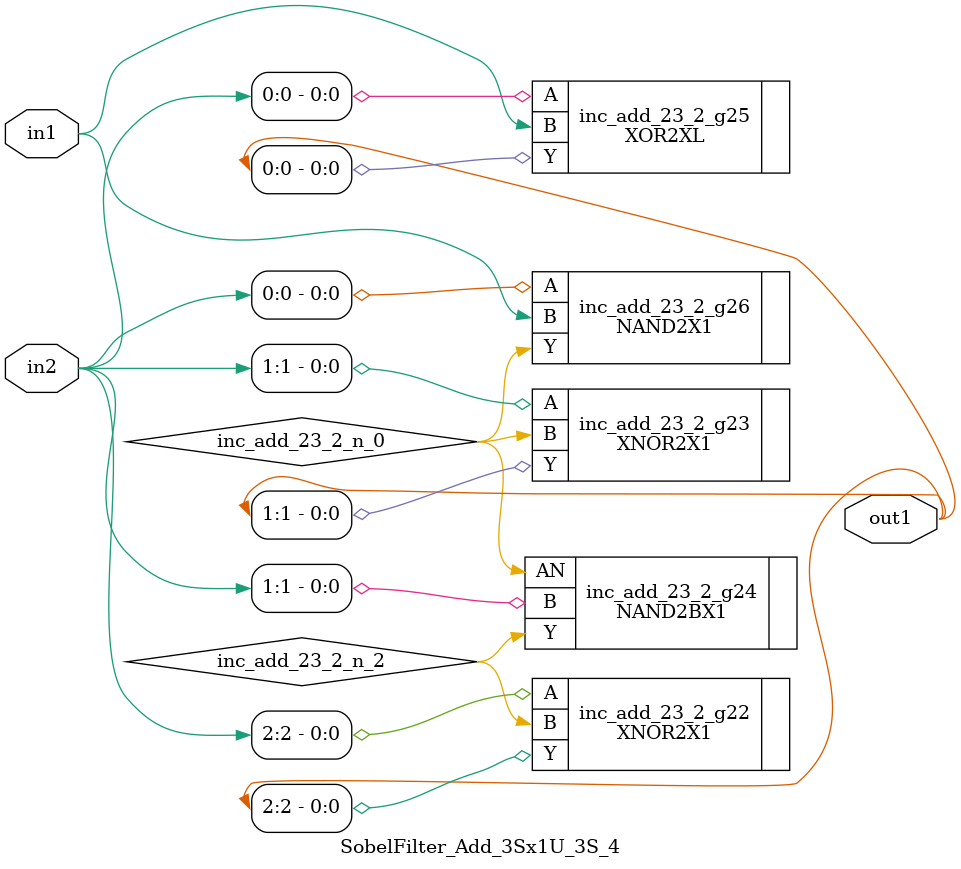
<source format=v>
`timescale 1ps / 1ps


module SobelFilter_Add_3Sx1U_3S_4(in2, in1, out1);
  input [2:0] in2;
  input in1;
  output [2:0] out1;
  wire [2:0] in2;
  wire in1;
  wire [2:0] out1;
  wire inc_add_23_2_n_0, inc_add_23_2_n_2;
  XNOR2X1 inc_add_23_2_g22(.A (in2[2]), .B (inc_add_23_2_n_2), .Y
       (out1[2]));
  XNOR2X1 inc_add_23_2_g23(.A (in2[1]), .B (inc_add_23_2_n_0), .Y
       (out1[1]));
  NAND2BX1 inc_add_23_2_g24(.AN (inc_add_23_2_n_0), .B (in2[1]), .Y
       (inc_add_23_2_n_2));
  XOR2XL inc_add_23_2_g25(.A (in2[0]), .B (in1), .Y (out1[0]));
  NAND2X1 inc_add_23_2_g26(.A (in2[0]), .B (in1), .Y
       (inc_add_23_2_n_0));
endmodule



</source>
